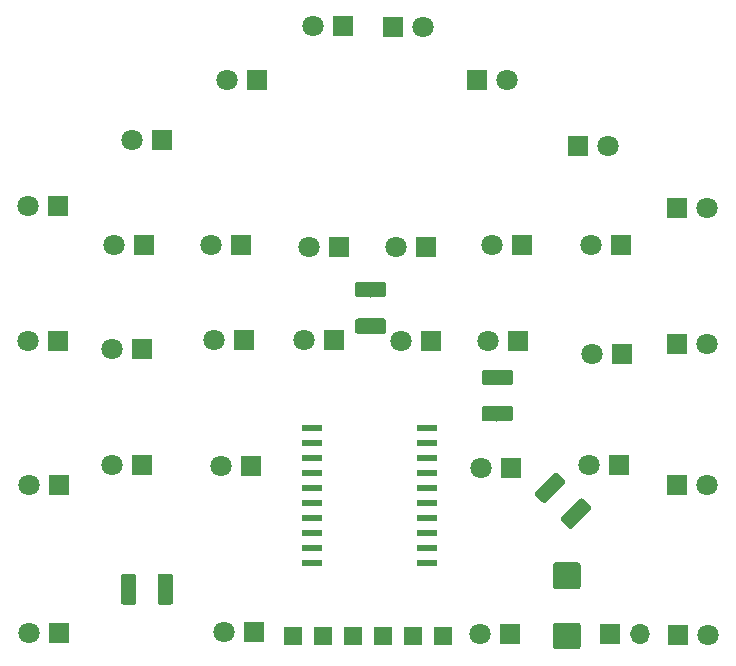
<source format=gts>
%TF.GenerationSoftware,KiCad,Pcbnew,(5.1.4)-1*%
%TF.CreationDate,2021-08-29T09:46:42+03:00*%
%TF.ProjectId,ark,61726b2e-6b69-4636-9164-5f7063625858,rev?*%
%TF.SameCoordinates,Original*%
%TF.FileFunction,Soldermask,Top*%
%TF.FilePolarity,Negative*%
%FSLAX46Y46*%
G04 Gerber Fmt 4.6, Leading zero omitted, Abs format (unit mm)*
G04 Created by KiCad (PCBNEW (5.1.4)-1) date 2021-08-29 09:46:42*
%MOMM*%
%LPD*%
G04 APERTURE LIST*
%ADD10R,1.524000X1.524000*%
%ADD11R,1.700000X1.700000*%
%ADD12O,1.700000X1.700000*%
%ADD13R,1.750000X0.600000*%
%ADD14R,1.800000X1.800000*%
%ADD15C,1.800000*%
%ADD16C,0.150000*%
%ADD17C,2.250000*%
%ADD18C,1.300000*%
G04 APERTURE END LIST*
D10*
%TO.C,P1*%
X250040000Y-156360000D03*
X252580000Y-156360000D03*
X255120000Y-156360000D03*
X257660000Y-156360000D03*
X260200000Y-156360000D03*
X262740000Y-156360000D03*
%TD*%
D11*
%TO.C,P3*%
X276830000Y-156240000D03*
D12*
X279370000Y-156240000D03*
%TD*%
D13*
%TO.C,IC1*%
X261415000Y-138805000D03*
X261415000Y-140075000D03*
X261415000Y-141345000D03*
X261415000Y-142615000D03*
X261415000Y-143885000D03*
X261415000Y-145155000D03*
X261415000Y-146425000D03*
X261415000Y-147695000D03*
X261415000Y-148965000D03*
X261415000Y-150235000D03*
X251665000Y-150235000D03*
X251665000Y-148965000D03*
X251665000Y-147695000D03*
X251665000Y-146425000D03*
X251665000Y-138805000D03*
X251665000Y-140075000D03*
X251665000Y-141345000D03*
X251665000Y-142615000D03*
X251665000Y-143885000D03*
X251665000Y-145155000D03*
%TD*%
D14*
%TO.C,D29*%
X237270000Y-132090000D03*
D15*
X234730000Y-132090000D03*
%TD*%
D14*
%TO.C,D9*%
X265580000Y-109280000D03*
D15*
X268120000Y-109280000D03*
%TD*%
%TO.C,D11*%
X285100000Y-120130000D03*
D14*
X282560000Y-120130000D03*
%TD*%
%TO.C,D12*%
X282560000Y-131690000D03*
D15*
X285100000Y-131690000D03*
%TD*%
%TO.C,D13*%
X285100000Y-143620000D03*
D14*
X282560000Y-143620000D03*
%TD*%
D15*
%TO.C,D16*%
X265960000Y-142200000D03*
D14*
X268500000Y-142200000D03*
%TD*%
%TO.C,D7*%
X254280000Y-104770000D03*
D15*
X251740000Y-104770000D03*
%TD*%
%TO.C,D6*%
X244440000Y-109280000D03*
D14*
X246980000Y-109280000D03*
%TD*%
D15*
%TO.C,D1*%
X227660000Y-156130000D03*
D14*
X230200000Y-156130000D03*
%TD*%
%TO.C,D3*%
X230150000Y-131370000D03*
D15*
X227610000Y-131370000D03*
%TD*%
%TO.C,D4*%
X227630000Y-119960000D03*
D14*
X230170000Y-119960000D03*
%TD*%
%TO.C,D2*%
X230210000Y-143610000D03*
D15*
X227670000Y-143610000D03*
%TD*%
D14*
%TO.C,D5*%
X238970000Y-114430000D03*
D15*
X236430000Y-114430000D03*
%TD*%
D14*
%TO.C,D14*%
X282640000Y-156310000D03*
D15*
X285180000Y-156310000D03*
%TD*%
D16*
%TO.C,C1*%
G36*
X274159505Y-150156204D02*
G01*
X274183773Y-150159804D01*
X274207572Y-150165765D01*
X274230671Y-150174030D01*
X274252850Y-150184520D01*
X274273893Y-150197132D01*
X274293599Y-150211747D01*
X274311777Y-150228223D01*
X274328253Y-150246401D01*
X274342868Y-150266107D01*
X274355480Y-150287150D01*
X274365970Y-150309329D01*
X274374235Y-150332428D01*
X274380196Y-150356227D01*
X274383796Y-150380495D01*
X274385000Y-150404999D01*
X274385000Y-152155001D01*
X274383796Y-152179505D01*
X274380196Y-152203773D01*
X274374235Y-152227572D01*
X274365970Y-152250671D01*
X274355480Y-152272850D01*
X274342868Y-152293893D01*
X274328253Y-152313599D01*
X274311777Y-152331777D01*
X274293599Y-152348253D01*
X274273893Y-152362868D01*
X274252850Y-152375480D01*
X274230671Y-152385970D01*
X274207572Y-152394235D01*
X274183773Y-152400196D01*
X274159505Y-152403796D01*
X274135001Y-152405000D01*
X272284999Y-152405000D01*
X272260495Y-152403796D01*
X272236227Y-152400196D01*
X272212428Y-152394235D01*
X272189329Y-152385970D01*
X272167150Y-152375480D01*
X272146107Y-152362868D01*
X272126401Y-152348253D01*
X272108223Y-152331777D01*
X272091747Y-152313599D01*
X272077132Y-152293893D01*
X272064520Y-152272850D01*
X272054030Y-152250671D01*
X272045765Y-152227572D01*
X272039804Y-152203773D01*
X272036204Y-152179505D01*
X272035000Y-152155001D01*
X272035000Y-150404999D01*
X272036204Y-150380495D01*
X272039804Y-150356227D01*
X272045765Y-150332428D01*
X272054030Y-150309329D01*
X272064520Y-150287150D01*
X272077132Y-150266107D01*
X272091747Y-150246401D01*
X272108223Y-150228223D01*
X272126401Y-150211747D01*
X272146107Y-150197132D01*
X272167150Y-150184520D01*
X272189329Y-150174030D01*
X272212428Y-150165765D01*
X272236227Y-150159804D01*
X272260495Y-150156204D01*
X272284999Y-150155000D01*
X274135001Y-150155000D01*
X274159505Y-150156204D01*
X274159505Y-150156204D01*
G37*
D17*
X273210000Y-151280000D03*
D16*
G36*
X274159505Y-155256204D02*
G01*
X274183773Y-155259804D01*
X274207572Y-155265765D01*
X274230671Y-155274030D01*
X274252850Y-155284520D01*
X274273893Y-155297132D01*
X274293599Y-155311747D01*
X274311777Y-155328223D01*
X274328253Y-155346401D01*
X274342868Y-155366107D01*
X274355480Y-155387150D01*
X274365970Y-155409329D01*
X274374235Y-155432428D01*
X274380196Y-155456227D01*
X274383796Y-155480495D01*
X274385000Y-155504999D01*
X274385000Y-157255001D01*
X274383796Y-157279505D01*
X274380196Y-157303773D01*
X274374235Y-157327572D01*
X274365970Y-157350671D01*
X274355480Y-157372850D01*
X274342868Y-157393893D01*
X274328253Y-157413599D01*
X274311777Y-157431777D01*
X274293599Y-157448253D01*
X274273893Y-157462868D01*
X274252850Y-157475480D01*
X274230671Y-157485970D01*
X274207572Y-157494235D01*
X274183773Y-157500196D01*
X274159505Y-157503796D01*
X274135001Y-157505000D01*
X272284999Y-157505000D01*
X272260495Y-157503796D01*
X272236227Y-157500196D01*
X272212428Y-157494235D01*
X272189329Y-157485970D01*
X272167150Y-157475480D01*
X272146107Y-157462868D01*
X272126401Y-157448253D01*
X272108223Y-157431777D01*
X272091747Y-157413599D01*
X272077132Y-157393893D01*
X272064520Y-157372850D01*
X272054030Y-157350671D01*
X272045765Y-157327572D01*
X272039804Y-157303773D01*
X272036204Y-157279505D01*
X272035000Y-157255001D01*
X272035000Y-155504999D01*
X272036204Y-155480495D01*
X272039804Y-155456227D01*
X272045765Y-155432428D01*
X272054030Y-155409329D01*
X272064520Y-155387150D01*
X272077132Y-155366107D01*
X272091747Y-155346401D01*
X272108223Y-155328223D01*
X272126401Y-155311747D01*
X272146107Y-155297132D01*
X272167150Y-155284520D01*
X272189329Y-155274030D01*
X272212428Y-155265765D01*
X272236227Y-155259804D01*
X272260495Y-155256204D01*
X272284999Y-155255000D01*
X274135001Y-155255000D01*
X274159505Y-155256204D01*
X274159505Y-155256204D01*
G37*
D17*
X273210000Y-156380000D03*
%TD*%
D16*
%TO.C,R1*%
G36*
X239644504Y-151096204D02*
G01*
X239668773Y-151099804D01*
X239692571Y-151105765D01*
X239715671Y-151114030D01*
X239737849Y-151124520D01*
X239758893Y-151137133D01*
X239778598Y-151151747D01*
X239796777Y-151168223D01*
X239813253Y-151186402D01*
X239827867Y-151206107D01*
X239840480Y-151227151D01*
X239850970Y-151249329D01*
X239859235Y-151272429D01*
X239865196Y-151296227D01*
X239868796Y-151320496D01*
X239870000Y-151345000D01*
X239870000Y-153495000D01*
X239868796Y-153519504D01*
X239865196Y-153543773D01*
X239859235Y-153567571D01*
X239850970Y-153590671D01*
X239840480Y-153612849D01*
X239827867Y-153633893D01*
X239813253Y-153653598D01*
X239796777Y-153671777D01*
X239778598Y-153688253D01*
X239758893Y-153702867D01*
X239737849Y-153715480D01*
X239715671Y-153725970D01*
X239692571Y-153734235D01*
X239668773Y-153740196D01*
X239644504Y-153743796D01*
X239620000Y-153745000D01*
X238820000Y-153745000D01*
X238795496Y-153743796D01*
X238771227Y-153740196D01*
X238747429Y-153734235D01*
X238724329Y-153725970D01*
X238702151Y-153715480D01*
X238681107Y-153702867D01*
X238661402Y-153688253D01*
X238643223Y-153671777D01*
X238626747Y-153653598D01*
X238612133Y-153633893D01*
X238599520Y-153612849D01*
X238589030Y-153590671D01*
X238580765Y-153567571D01*
X238574804Y-153543773D01*
X238571204Y-153519504D01*
X238570000Y-153495000D01*
X238570000Y-151345000D01*
X238571204Y-151320496D01*
X238574804Y-151296227D01*
X238580765Y-151272429D01*
X238589030Y-151249329D01*
X238599520Y-151227151D01*
X238612133Y-151206107D01*
X238626747Y-151186402D01*
X238643223Y-151168223D01*
X238661402Y-151151747D01*
X238681107Y-151137133D01*
X238702151Y-151124520D01*
X238724329Y-151114030D01*
X238747429Y-151105765D01*
X238771227Y-151099804D01*
X238795496Y-151096204D01*
X238820000Y-151095000D01*
X239620000Y-151095000D01*
X239644504Y-151096204D01*
X239644504Y-151096204D01*
G37*
D18*
X239220000Y-152420000D03*
D16*
G36*
X236544504Y-151096204D02*
G01*
X236568773Y-151099804D01*
X236592571Y-151105765D01*
X236615671Y-151114030D01*
X236637849Y-151124520D01*
X236658893Y-151137133D01*
X236678598Y-151151747D01*
X236696777Y-151168223D01*
X236713253Y-151186402D01*
X236727867Y-151206107D01*
X236740480Y-151227151D01*
X236750970Y-151249329D01*
X236759235Y-151272429D01*
X236765196Y-151296227D01*
X236768796Y-151320496D01*
X236770000Y-151345000D01*
X236770000Y-153495000D01*
X236768796Y-153519504D01*
X236765196Y-153543773D01*
X236759235Y-153567571D01*
X236750970Y-153590671D01*
X236740480Y-153612849D01*
X236727867Y-153633893D01*
X236713253Y-153653598D01*
X236696777Y-153671777D01*
X236678598Y-153688253D01*
X236658893Y-153702867D01*
X236637849Y-153715480D01*
X236615671Y-153725970D01*
X236592571Y-153734235D01*
X236568773Y-153740196D01*
X236544504Y-153743796D01*
X236520000Y-153745000D01*
X235720000Y-153745000D01*
X235695496Y-153743796D01*
X235671227Y-153740196D01*
X235647429Y-153734235D01*
X235624329Y-153725970D01*
X235602151Y-153715480D01*
X235581107Y-153702867D01*
X235561402Y-153688253D01*
X235543223Y-153671777D01*
X235526747Y-153653598D01*
X235512133Y-153633893D01*
X235499520Y-153612849D01*
X235489030Y-153590671D01*
X235480765Y-153567571D01*
X235474804Y-153543773D01*
X235471204Y-153519504D01*
X235470000Y-153495000D01*
X235470000Y-151345000D01*
X235471204Y-151320496D01*
X235474804Y-151296227D01*
X235480765Y-151272429D01*
X235489030Y-151249329D01*
X235499520Y-151227151D01*
X235512133Y-151206107D01*
X235526747Y-151186402D01*
X235543223Y-151168223D01*
X235561402Y-151151747D01*
X235581107Y-151137133D01*
X235602151Y-151124520D01*
X235624329Y-151114030D01*
X235647429Y-151105765D01*
X235671227Y-151099804D01*
X235695496Y-151096204D01*
X235720000Y-151095000D01*
X236520000Y-151095000D01*
X236544504Y-151096204D01*
X236544504Y-151096204D01*
G37*
D18*
X236120000Y-152420000D03*
%TD*%
D16*
%TO.C,R2*%
G36*
X274487817Y-144734237D02*
G01*
X274512086Y-144737837D01*
X274535884Y-144743798D01*
X274558984Y-144752063D01*
X274581162Y-144762553D01*
X274602206Y-144775166D01*
X274621911Y-144789780D01*
X274640090Y-144806256D01*
X275205776Y-145371942D01*
X275222252Y-145390121D01*
X275236866Y-145409826D01*
X275249479Y-145430870D01*
X275259969Y-145453048D01*
X275268234Y-145476148D01*
X275274195Y-145499946D01*
X275277795Y-145524215D01*
X275278999Y-145548719D01*
X275277795Y-145573223D01*
X275274195Y-145597492D01*
X275268234Y-145621290D01*
X275259969Y-145644390D01*
X275249479Y-145666568D01*
X275236866Y-145687612D01*
X275222252Y-145707317D01*
X275205776Y-145725496D01*
X273685496Y-147245776D01*
X273667317Y-147262252D01*
X273647612Y-147276866D01*
X273626568Y-147289479D01*
X273604390Y-147299969D01*
X273581290Y-147308234D01*
X273557492Y-147314195D01*
X273533223Y-147317795D01*
X273508719Y-147318999D01*
X273484215Y-147317795D01*
X273459946Y-147314195D01*
X273436148Y-147308234D01*
X273413048Y-147299969D01*
X273390870Y-147289479D01*
X273369826Y-147276866D01*
X273350121Y-147262252D01*
X273331942Y-147245776D01*
X272766256Y-146680090D01*
X272749780Y-146661911D01*
X272735166Y-146642206D01*
X272722553Y-146621162D01*
X272712063Y-146598984D01*
X272703798Y-146575884D01*
X272697837Y-146552086D01*
X272694237Y-146527817D01*
X272693033Y-146503313D01*
X272694237Y-146478809D01*
X272697837Y-146454540D01*
X272703798Y-146430742D01*
X272712063Y-146407642D01*
X272722553Y-146385464D01*
X272735166Y-146364420D01*
X272749780Y-146344715D01*
X272766256Y-146326536D01*
X274286536Y-144806256D01*
X274304715Y-144789780D01*
X274324420Y-144775166D01*
X274345464Y-144762553D01*
X274367642Y-144752063D01*
X274390742Y-144743798D01*
X274414540Y-144737837D01*
X274438809Y-144734237D01*
X274463313Y-144733033D01*
X274487817Y-144734237D01*
X274487817Y-144734237D01*
G37*
D18*
X273986016Y-146026016D03*
D16*
G36*
X272295785Y-142542205D02*
G01*
X272320054Y-142545805D01*
X272343852Y-142551766D01*
X272366952Y-142560031D01*
X272389130Y-142570521D01*
X272410174Y-142583134D01*
X272429879Y-142597748D01*
X272448058Y-142614224D01*
X273013744Y-143179910D01*
X273030220Y-143198089D01*
X273044834Y-143217794D01*
X273057447Y-143238838D01*
X273067937Y-143261016D01*
X273076202Y-143284116D01*
X273082163Y-143307914D01*
X273085763Y-143332183D01*
X273086967Y-143356687D01*
X273085763Y-143381191D01*
X273082163Y-143405460D01*
X273076202Y-143429258D01*
X273067937Y-143452358D01*
X273057447Y-143474536D01*
X273044834Y-143495580D01*
X273030220Y-143515285D01*
X273013744Y-143533464D01*
X271493464Y-145053744D01*
X271475285Y-145070220D01*
X271455580Y-145084834D01*
X271434536Y-145097447D01*
X271412358Y-145107937D01*
X271389258Y-145116202D01*
X271365460Y-145122163D01*
X271341191Y-145125763D01*
X271316687Y-145126967D01*
X271292183Y-145125763D01*
X271267914Y-145122163D01*
X271244116Y-145116202D01*
X271221016Y-145107937D01*
X271198838Y-145097447D01*
X271177794Y-145084834D01*
X271158089Y-145070220D01*
X271139910Y-145053744D01*
X270574224Y-144488058D01*
X270557748Y-144469879D01*
X270543134Y-144450174D01*
X270530521Y-144429130D01*
X270520031Y-144406952D01*
X270511766Y-144383852D01*
X270505805Y-144360054D01*
X270502205Y-144335785D01*
X270501001Y-144311281D01*
X270502205Y-144286777D01*
X270505805Y-144262508D01*
X270511766Y-144238710D01*
X270520031Y-144215610D01*
X270530521Y-144193432D01*
X270543134Y-144172388D01*
X270557748Y-144152683D01*
X270574224Y-144134504D01*
X272094504Y-142614224D01*
X272112683Y-142597748D01*
X272132388Y-142583134D01*
X272153432Y-142570521D01*
X272175610Y-142560031D01*
X272198710Y-142551766D01*
X272222508Y-142545805D01*
X272246777Y-142542205D01*
X272271281Y-142541001D01*
X272295785Y-142542205D01*
X272295785Y-142542205D01*
G37*
D18*
X271793984Y-143833984D03*
%TD*%
D16*
%TO.C,R3*%
G36*
X268439504Y-136921204D02*
G01*
X268463773Y-136924804D01*
X268487571Y-136930765D01*
X268510671Y-136939030D01*
X268532849Y-136949520D01*
X268553893Y-136962133D01*
X268573598Y-136976747D01*
X268591777Y-136993223D01*
X268608253Y-137011402D01*
X268622867Y-137031107D01*
X268635480Y-137052151D01*
X268645970Y-137074329D01*
X268654235Y-137097429D01*
X268660196Y-137121227D01*
X268663796Y-137145496D01*
X268665000Y-137170000D01*
X268665000Y-137970000D01*
X268663796Y-137994504D01*
X268660196Y-138018773D01*
X268654235Y-138042571D01*
X268645970Y-138065671D01*
X268635480Y-138087849D01*
X268622867Y-138108893D01*
X268608253Y-138128598D01*
X268591777Y-138146777D01*
X268573598Y-138163253D01*
X268553893Y-138177867D01*
X268532849Y-138190480D01*
X268510671Y-138200970D01*
X268487571Y-138209235D01*
X268463773Y-138215196D01*
X268439504Y-138218796D01*
X268415000Y-138220000D01*
X266265000Y-138220000D01*
X266240496Y-138218796D01*
X266216227Y-138215196D01*
X266192429Y-138209235D01*
X266169329Y-138200970D01*
X266147151Y-138190480D01*
X266126107Y-138177867D01*
X266106402Y-138163253D01*
X266088223Y-138146777D01*
X266071747Y-138128598D01*
X266057133Y-138108893D01*
X266044520Y-138087849D01*
X266034030Y-138065671D01*
X266025765Y-138042571D01*
X266019804Y-138018773D01*
X266016204Y-137994504D01*
X266015000Y-137970000D01*
X266015000Y-137170000D01*
X266016204Y-137145496D01*
X266019804Y-137121227D01*
X266025765Y-137097429D01*
X266034030Y-137074329D01*
X266044520Y-137052151D01*
X266057133Y-137031107D01*
X266071747Y-137011402D01*
X266088223Y-136993223D01*
X266106402Y-136976747D01*
X266126107Y-136962133D01*
X266147151Y-136949520D01*
X266169329Y-136939030D01*
X266192429Y-136930765D01*
X266216227Y-136924804D01*
X266240496Y-136921204D01*
X266265000Y-136920000D01*
X268415000Y-136920000D01*
X268439504Y-136921204D01*
X268439504Y-136921204D01*
G37*
D18*
X267340000Y-137570000D03*
D16*
G36*
X268439504Y-133821204D02*
G01*
X268463773Y-133824804D01*
X268487571Y-133830765D01*
X268510671Y-133839030D01*
X268532849Y-133849520D01*
X268553893Y-133862133D01*
X268573598Y-133876747D01*
X268591777Y-133893223D01*
X268608253Y-133911402D01*
X268622867Y-133931107D01*
X268635480Y-133952151D01*
X268645970Y-133974329D01*
X268654235Y-133997429D01*
X268660196Y-134021227D01*
X268663796Y-134045496D01*
X268665000Y-134070000D01*
X268665000Y-134870000D01*
X268663796Y-134894504D01*
X268660196Y-134918773D01*
X268654235Y-134942571D01*
X268645970Y-134965671D01*
X268635480Y-134987849D01*
X268622867Y-135008893D01*
X268608253Y-135028598D01*
X268591777Y-135046777D01*
X268573598Y-135063253D01*
X268553893Y-135077867D01*
X268532849Y-135090480D01*
X268510671Y-135100970D01*
X268487571Y-135109235D01*
X268463773Y-135115196D01*
X268439504Y-135118796D01*
X268415000Y-135120000D01*
X266265000Y-135120000D01*
X266240496Y-135118796D01*
X266216227Y-135115196D01*
X266192429Y-135109235D01*
X266169329Y-135100970D01*
X266147151Y-135090480D01*
X266126107Y-135077867D01*
X266106402Y-135063253D01*
X266088223Y-135046777D01*
X266071747Y-135028598D01*
X266057133Y-135008893D01*
X266044520Y-134987849D01*
X266034030Y-134965671D01*
X266025765Y-134942571D01*
X266019804Y-134918773D01*
X266016204Y-134894504D01*
X266015000Y-134870000D01*
X266015000Y-134070000D01*
X266016204Y-134045496D01*
X266019804Y-134021227D01*
X266025765Y-133997429D01*
X266034030Y-133974329D01*
X266044520Y-133952151D01*
X266057133Y-133931107D01*
X266071747Y-133911402D01*
X266088223Y-133893223D01*
X266106402Y-133876747D01*
X266126107Y-133862133D01*
X266147151Y-133849520D01*
X266169329Y-133839030D01*
X266192429Y-133830765D01*
X266216227Y-133824804D01*
X266240496Y-133821204D01*
X266265000Y-133820000D01*
X268415000Y-133820000D01*
X268439504Y-133821204D01*
X268439504Y-133821204D01*
G37*
D18*
X267340000Y-134470000D03*
%TD*%
D16*
%TO.C,R4*%
G36*
X257709504Y-126401204D02*
G01*
X257733773Y-126404804D01*
X257757571Y-126410765D01*
X257780671Y-126419030D01*
X257802849Y-126429520D01*
X257823893Y-126442133D01*
X257843598Y-126456747D01*
X257861777Y-126473223D01*
X257878253Y-126491402D01*
X257892867Y-126511107D01*
X257905480Y-126532151D01*
X257915970Y-126554329D01*
X257924235Y-126577429D01*
X257930196Y-126601227D01*
X257933796Y-126625496D01*
X257935000Y-126650000D01*
X257935000Y-127450000D01*
X257933796Y-127474504D01*
X257930196Y-127498773D01*
X257924235Y-127522571D01*
X257915970Y-127545671D01*
X257905480Y-127567849D01*
X257892867Y-127588893D01*
X257878253Y-127608598D01*
X257861777Y-127626777D01*
X257843598Y-127643253D01*
X257823893Y-127657867D01*
X257802849Y-127670480D01*
X257780671Y-127680970D01*
X257757571Y-127689235D01*
X257733773Y-127695196D01*
X257709504Y-127698796D01*
X257685000Y-127700000D01*
X255535000Y-127700000D01*
X255510496Y-127698796D01*
X255486227Y-127695196D01*
X255462429Y-127689235D01*
X255439329Y-127680970D01*
X255417151Y-127670480D01*
X255396107Y-127657867D01*
X255376402Y-127643253D01*
X255358223Y-127626777D01*
X255341747Y-127608598D01*
X255327133Y-127588893D01*
X255314520Y-127567849D01*
X255304030Y-127545671D01*
X255295765Y-127522571D01*
X255289804Y-127498773D01*
X255286204Y-127474504D01*
X255285000Y-127450000D01*
X255285000Y-126650000D01*
X255286204Y-126625496D01*
X255289804Y-126601227D01*
X255295765Y-126577429D01*
X255304030Y-126554329D01*
X255314520Y-126532151D01*
X255327133Y-126511107D01*
X255341747Y-126491402D01*
X255358223Y-126473223D01*
X255376402Y-126456747D01*
X255396107Y-126442133D01*
X255417151Y-126429520D01*
X255439329Y-126419030D01*
X255462429Y-126410765D01*
X255486227Y-126404804D01*
X255510496Y-126401204D01*
X255535000Y-126400000D01*
X257685000Y-126400000D01*
X257709504Y-126401204D01*
X257709504Y-126401204D01*
G37*
D18*
X256610000Y-127050000D03*
D16*
G36*
X257709504Y-129501204D02*
G01*
X257733773Y-129504804D01*
X257757571Y-129510765D01*
X257780671Y-129519030D01*
X257802849Y-129529520D01*
X257823893Y-129542133D01*
X257843598Y-129556747D01*
X257861777Y-129573223D01*
X257878253Y-129591402D01*
X257892867Y-129611107D01*
X257905480Y-129632151D01*
X257915970Y-129654329D01*
X257924235Y-129677429D01*
X257930196Y-129701227D01*
X257933796Y-129725496D01*
X257935000Y-129750000D01*
X257935000Y-130550000D01*
X257933796Y-130574504D01*
X257930196Y-130598773D01*
X257924235Y-130622571D01*
X257915970Y-130645671D01*
X257905480Y-130667849D01*
X257892867Y-130688893D01*
X257878253Y-130708598D01*
X257861777Y-130726777D01*
X257843598Y-130743253D01*
X257823893Y-130757867D01*
X257802849Y-130770480D01*
X257780671Y-130780970D01*
X257757571Y-130789235D01*
X257733773Y-130795196D01*
X257709504Y-130798796D01*
X257685000Y-130800000D01*
X255535000Y-130800000D01*
X255510496Y-130798796D01*
X255486227Y-130795196D01*
X255462429Y-130789235D01*
X255439329Y-130780970D01*
X255417151Y-130770480D01*
X255396107Y-130757867D01*
X255376402Y-130743253D01*
X255358223Y-130726777D01*
X255341747Y-130708598D01*
X255327133Y-130688893D01*
X255314520Y-130667849D01*
X255304030Y-130645671D01*
X255295765Y-130622571D01*
X255289804Y-130598773D01*
X255286204Y-130574504D01*
X255285000Y-130550000D01*
X255285000Y-129750000D01*
X255286204Y-129725496D01*
X255289804Y-129701227D01*
X255295765Y-129677429D01*
X255304030Y-129654329D01*
X255314520Y-129632151D01*
X255327133Y-129611107D01*
X255341747Y-129591402D01*
X255358223Y-129573223D01*
X255376402Y-129556747D01*
X255396107Y-129542133D01*
X255417151Y-129529520D01*
X255439329Y-129519030D01*
X255462429Y-129510765D01*
X255486227Y-129504804D01*
X255510496Y-129501204D01*
X255535000Y-129500000D01*
X257685000Y-129500000D01*
X257709504Y-129501204D01*
X257709504Y-129501204D01*
G37*
D18*
X256610000Y-130150000D03*
%TD*%
D14*
%TO.C,D15*%
X268430000Y-156250000D03*
D15*
X265890000Y-156250000D03*
%TD*%
%TO.C,D17*%
X275100000Y-141930000D03*
D14*
X277640000Y-141930000D03*
%TD*%
%TO.C,D18*%
X277850000Y-132480000D03*
D15*
X275310000Y-132480000D03*
%TD*%
D14*
%TO.C,D19*%
X277780000Y-123290000D03*
D15*
X275240000Y-123290000D03*
%TD*%
D14*
%TO.C,D20*%
X269440000Y-123320000D03*
D15*
X266900000Y-123320000D03*
%TD*%
%TO.C,D21*%
X266560000Y-131430000D03*
D14*
X269100000Y-131430000D03*
%TD*%
D15*
%TO.C,D22*%
X259160000Y-131390000D03*
D14*
X261700000Y-131390000D03*
%TD*%
%TO.C,D23*%
X261300000Y-123460000D03*
D15*
X258760000Y-123460000D03*
%TD*%
%TO.C,D24*%
X251400000Y-123460000D03*
D14*
X253940000Y-123460000D03*
%TD*%
D15*
%TO.C,D25*%
X250990000Y-131360000D03*
D14*
X253530000Y-131360000D03*
%TD*%
%TO.C,D26*%
X245890000Y-131360000D03*
D15*
X243350000Y-131360000D03*
%TD*%
D14*
%TO.C,D27*%
X245630000Y-123290000D03*
D15*
X243090000Y-123290000D03*
%TD*%
%TO.C,D30*%
X234750000Y-141890000D03*
D14*
X237290000Y-141890000D03*
%TD*%
%TO.C,D31*%
X246500000Y-142030000D03*
D15*
X243960000Y-142030000D03*
%TD*%
%TO.C,D8*%
X261040000Y-104810000D03*
D14*
X258500000Y-104810000D03*
%TD*%
%TO.C,D10*%
X274190000Y-114880000D03*
D15*
X276730000Y-114880000D03*
%TD*%
D14*
%TO.C,D28*%
X237390000Y-123290000D03*
D15*
X234850000Y-123290000D03*
%TD*%
D14*
%TO.C,D32*%
X246710000Y-156020000D03*
D15*
X244170000Y-156020000D03*
%TD*%
M02*

</source>
